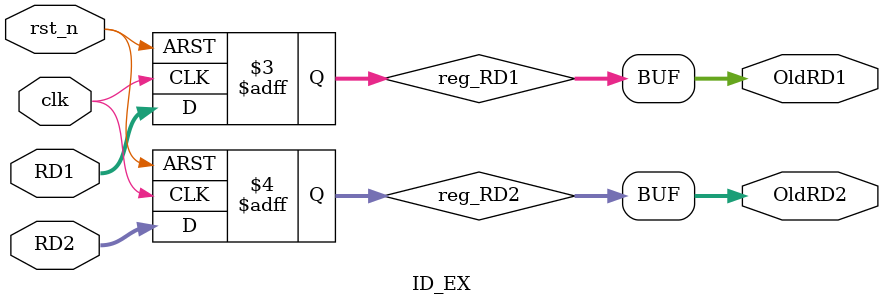
<source format=v>
module ID_EX #(
    parameter DATA_WIDTH = 32,
    parameter ADDR_WIDTH = 32
)(
    input clk, rst_n,
    input [DATA_WIDTH - 1:0] RD1, RD2,
    output [DATA_WIDTH - 1:0] OldRD1, OldRD2
);

    reg [DATA_WIDTH - 1:0] reg_RD1, reg_RD2;

    always @(posedge clk or negedge rst_n) begin
        if (~rst_n) begin
            reg_RD1 <= 32'd0;
            reg_RD2 <= 32'd0;
        end 
        else begin
            reg_RD1 <= RD1;
            reg_RD2 <= RD2;
        end
    end 

    assign OldRD1 = reg_RD1;
    assign OldRD2 = reg_RD2;
endmodule   
</source>
